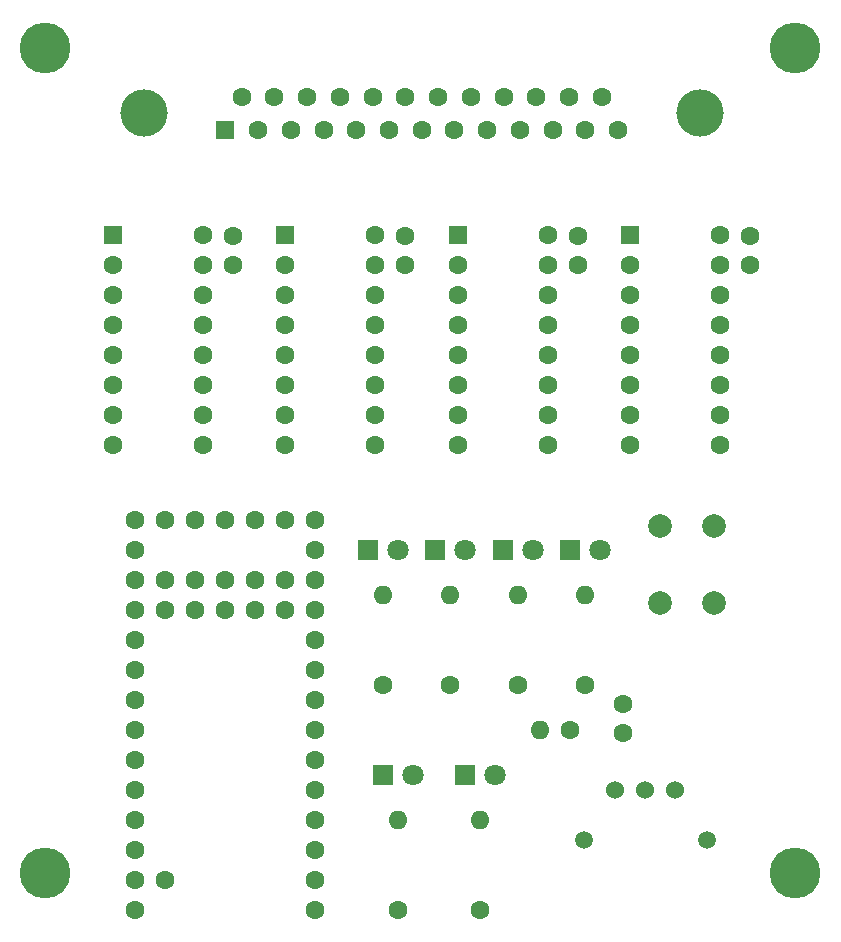
<source format=gbr>
%TF.GenerationSoftware,KiCad,Pcbnew,5.1.9-73d0e3b20d~88~ubuntu18.04.1*%
%TF.CreationDate,2021-08-18T08:01:23-04:00*%
%TF.ProjectId,spdif-decoder,73706469-662d-4646-9563-6f6465722e6b,rev?*%
%TF.SameCoordinates,Original*%
%TF.FileFunction,Soldermask,Top*%
%TF.FilePolarity,Negative*%
%FSLAX46Y46*%
G04 Gerber Fmt 4.6, Leading zero omitted, Abs format (unit mm)*
G04 Created by KiCad (PCBNEW 5.1.9-73d0e3b20d~88~ubuntu18.04.1) date 2021-08-18 08:01:23*
%MOMM*%
%LPD*%
G01*
G04 APERTURE LIST*
%ADD10C,1.500000*%
%ADD11C,1.524000*%
%ADD12C,4.300000*%
%ADD13C,1.600000*%
%ADD14R,1.600000X1.600000*%
%ADD15C,4.000000*%
%ADD16C,2.000000*%
%ADD17O,1.600000X1.600000*%
%ADD18C,1.800000*%
%ADD19R,1.800000X1.800000*%
G04 APERTURE END LIST*
D10*
%TO.C,J2*%
X105530000Y-143265000D03*
X95130000Y-143265000D03*
D11*
X97790000Y-139065000D03*
X100330000Y-139065000D03*
X102870000Y-139065000D03*
%TD*%
D12*
%TO.C,H4*%
X49530000Y-76200000D03*
%TD*%
%TO.C,H3*%
X113030000Y-76200000D03*
%TD*%
%TO.C,H2*%
X113030000Y-146050000D03*
%TD*%
%TO.C,H1*%
X49530000Y-146050000D03*
%TD*%
D13*
%TO.C,C4*%
X109220000Y-94615000D03*
X109220000Y-92115000D03*
%TD*%
%TO.C,U3*%
X77470000Y-109855000D03*
X69850000Y-109855000D03*
X77470000Y-92075000D03*
X77470000Y-94615000D03*
X77470000Y-97155000D03*
X77470000Y-99695000D03*
X77470000Y-102235000D03*
X77470000Y-104775000D03*
X77470000Y-107315000D03*
X69850000Y-107315000D03*
X69850000Y-104775000D03*
X69850000Y-102235000D03*
X69850000Y-99695000D03*
X69850000Y-97155000D03*
X69850000Y-94615000D03*
D14*
X69850000Y-92075000D03*
%TD*%
D15*
%TO.C,J1*%
X57840000Y-81765000D03*
X104940000Y-81765000D03*
D13*
X96625000Y-80345000D03*
X93855000Y-80345000D03*
X91085000Y-80345000D03*
X88315000Y-80345000D03*
X85545000Y-80345000D03*
X82775000Y-80345000D03*
X80005000Y-80345000D03*
X77235000Y-80345000D03*
X74465000Y-80345000D03*
X71695000Y-80345000D03*
X68925000Y-80345000D03*
X66155000Y-80345000D03*
X98010000Y-83185000D03*
X95240000Y-83185000D03*
X92470000Y-83185000D03*
X89700000Y-83185000D03*
X86930000Y-83185000D03*
X84160000Y-83185000D03*
X81390000Y-83185000D03*
X78620000Y-83185000D03*
X75850000Y-83185000D03*
X73080000Y-83185000D03*
X70310000Y-83185000D03*
X67540000Y-83185000D03*
D14*
X64770000Y-83185000D03*
%TD*%
D16*
%TO.C,SW1*%
X101600000Y-116690000D03*
X106100000Y-116690000D03*
X101600000Y-123190000D03*
X106100000Y-123190000D03*
%TD*%
D14*
%TO.C,U5*%
X99060000Y-92075000D03*
D13*
X99060000Y-94615000D03*
X99060000Y-97155000D03*
X99060000Y-99695000D03*
X99060000Y-102235000D03*
X99060000Y-104775000D03*
X99060000Y-107315000D03*
X106680000Y-107315000D03*
X106680000Y-104775000D03*
X106680000Y-102235000D03*
X106680000Y-99695000D03*
X106680000Y-97155000D03*
X106680000Y-94615000D03*
X106680000Y-92075000D03*
X99060000Y-109855000D03*
X106680000Y-109855000D03*
%TD*%
%TO.C,U4*%
X92075000Y-109855000D03*
X84455000Y-109855000D03*
X92075000Y-92075000D03*
X92075000Y-94615000D03*
X92075000Y-97155000D03*
X92075000Y-99695000D03*
X92075000Y-102235000D03*
X92075000Y-104775000D03*
X92075000Y-107315000D03*
X84455000Y-107315000D03*
X84455000Y-104775000D03*
X84455000Y-102235000D03*
X84455000Y-99695000D03*
X84455000Y-97155000D03*
X84455000Y-94615000D03*
D14*
X84455000Y-92075000D03*
%TD*%
D13*
%TO.C,U2*%
X62865000Y-109855000D03*
X55245000Y-109855000D03*
X62865000Y-92075000D03*
X62865000Y-94615000D03*
X62865000Y-97155000D03*
X62865000Y-99695000D03*
X62865000Y-102235000D03*
X62865000Y-104775000D03*
X62865000Y-107315000D03*
X55245000Y-107315000D03*
X55245000Y-104775000D03*
X55245000Y-102235000D03*
X55245000Y-99695000D03*
X55245000Y-97155000D03*
X55245000Y-94615000D03*
D14*
X55245000Y-92075000D03*
%TD*%
D13*
%TO.C,U1*%
X69850000Y-123825000D03*
X69850000Y-121285000D03*
X67310000Y-123825000D03*
X67310000Y-121285000D03*
X64770000Y-123825000D03*
X64770000Y-121285000D03*
X62230000Y-123825000D03*
X62230000Y-121285000D03*
X59690000Y-123825000D03*
X59690000Y-121285000D03*
X72390000Y-149225000D03*
X72390000Y-146685000D03*
X72390000Y-144145000D03*
X72390000Y-141605000D03*
X72390000Y-139065000D03*
X72390000Y-136525000D03*
X72390000Y-133985000D03*
X72390000Y-131445000D03*
X72390000Y-128905000D03*
X72390000Y-126365000D03*
X72390000Y-123825000D03*
X72390000Y-121285000D03*
X72390000Y-118745000D03*
X59690000Y-146685000D03*
X57150000Y-149225000D03*
X57150000Y-146685000D03*
X57150000Y-144145000D03*
X57150000Y-141605000D03*
X57150000Y-139065000D03*
X57150000Y-136525000D03*
X57150000Y-133985000D03*
X57150000Y-131445000D03*
X57150000Y-128905000D03*
X57150000Y-126365000D03*
X57150000Y-123825000D03*
X57150000Y-121285000D03*
X57150000Y-118745000D03*
X72390000Y-116205000D03*
X69850000Y-116205000D03*
X67310000Y-116205000D03*
X57150000Y-116205000D03*
X59690000Y-116205000D03*
X62230000Y-116205000D03*
X64770000Y-116205000D03*
%TD*%
D17*
%TO.C,R2*%
X86360000Y-141605000D03*
D13*
X86360000Y-149225000D03*
%TD*%
D17*
%TO.C,R6*%
X95250000Y-122555000D03*
D13*
X95250000Y-130175000D03*
%TD*%
D17*
%TO.C,R5*%
X89535000Y-122555000D03*
D13*
X89535000Y-130175000D03*
%TD*%
D17*
%TO.C,R4*%
X83820000Y-122555000D03*
D13*
X83820000Y-130175000D03*
%TD*%
D17*
%TO.C,R3*%
X78105000Y-122555000D03*
D13*
X78105000Y-130175000D03*
%TD*%
D17*
%TO.C,R1*%
X79375000Y-141605000D03*
D13*
X79375000Y-149225000D03*
%TD*%
D17*
%TO.C,L1*%
X91440000Y-133985000D03*
D13*
X93980000Y-133985000D03*
%TD*%
D18*
%TO.C,D2*%
X87630000Y-137795000D03*
D19*
X85090000Y-137795000D03*
%TD*%
D18*
%TO.C,D6*%
X96520000Y-118745000D03*
D19*
X93980000Y-118745000D03*
%TD*%
D18*
%TO.C,D5*%
X90805000Y-118745000D03*
D19*
X88265000Y-118745000D03*
%TD*%
D18*
%TO.C,D4*%
X85090000Y-118745000D03*
D19*
X82550000Y-118745000D03*
%TD*%
D18*
%TO.C,D3*%
X79375000Y-118745000D03*
D19*
X76835000Y-118745000D03*
%TD*%
D18*
%TO.C,D1*%
X80645000Y-137795000D03*
D19*
X78105000Y-137795000D03*
%TD*%
D13*
%TO.C,C5*%
X98425000Y-134239000D03*
X98425000Y-131739000D03*
%TD*%
%TO.C,C3*%
X94615000Y-92115000D03*
X94615000Y-94615000D03*
%TD*%
%TO.C,C2*%
X80010000Y-92115000D03*
X80010000Y-94615000D03*
%TD*%
%TO.C,C1*%
X65405000Y-92115000D03*
X65405000Y-94615000D03*
%TD*%
M02*

</source>
